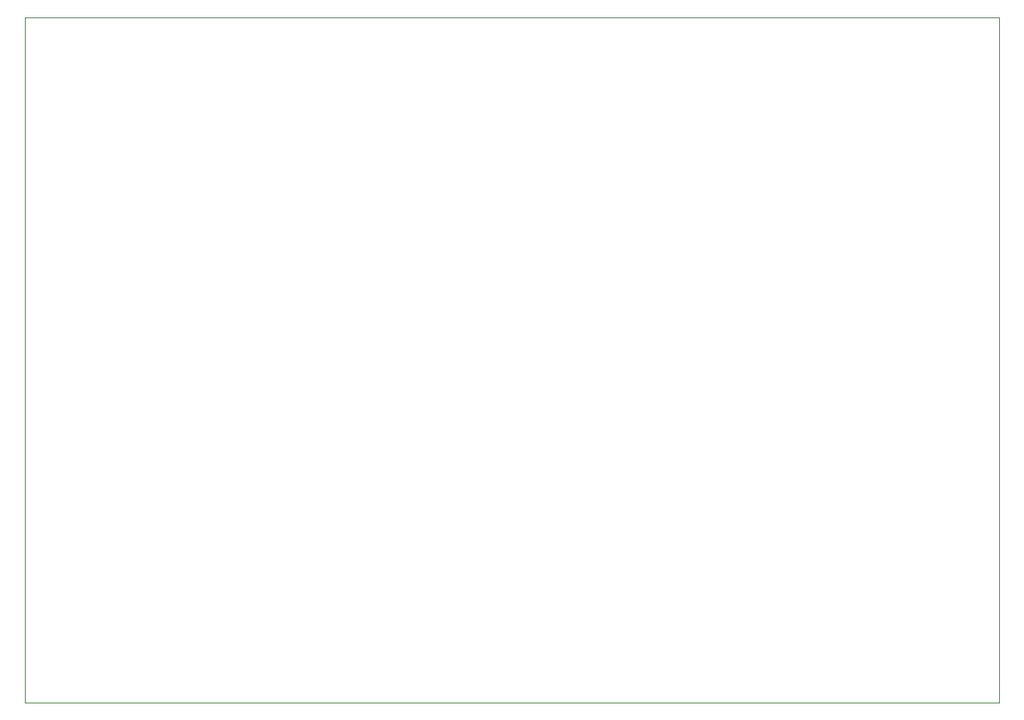
<source format=gbr>
G04 (created by PCBNEW (2013-07-07 BZR 4022)-stable) date 07/04/2015 00:57:36*
%MOIN*%
G04 Gerber Fmt 3.4, Leading zero omitted, Abs format*
%FSLAX34Y34*%
G01*
G70*
G90*
G04 APERTURE LIST*
%ADD10C,0.00590551*%
%ADD11C,0.00393701*%
G04 APERTURE END LIST*
G54D10*
G54D11*
X59531Y-44377D02*
X59531Y-71937D01*
X98704Y-44377D02*
X59531Y-44377D01*
X98704Y-71937D02*
X98704Y-44377D01*
X59531Y-71937D02*
X98704Y-71937D01*
M02*

</source>
